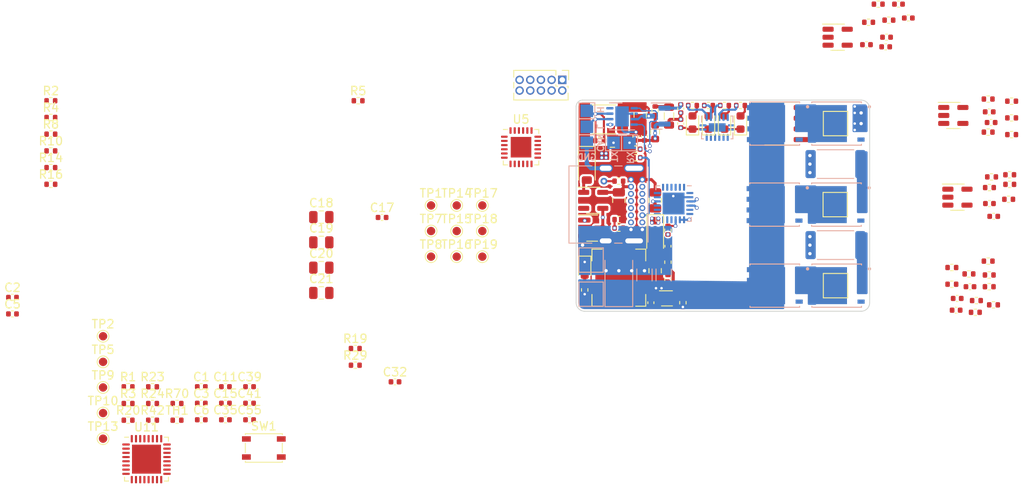
<source format=kicad_pcb>
(kicad_pcb (version 20221018) (generator pcbnew)
  (layers (0 "F.Cu" signal "F.Cu - Signal") (1 "In1.Cu" power "In1.Cu - Ground") (2 "In2.Cu" signal "In2.Cu - Signal") (3 "In3.Cu" power "In3.Cu - Power") (4 "In4.Cu" power "In4.Cu - Ground") (5 "In5.Cu" signal "In5.Cu - Signal") (6 "In6.Cu" power "In6.Cu - Power") (31 "B.Cu" signal "B.Cu - Signal") (34 "B.Paste" user) (35 "F.Paste" user) (36 "B.SilkS" user "B.Silkscreen") (37 "F.SilkS" user "F.Silkscreen") (38 "B.Mask" user) (39 "F.Mask" user) (44 "Edge.Cuts" user))
  (net 0 "")
  (net 1 "GND")
  (net 2 "nRESET")
  (net 3 "/Outputs and Shunts/A_ISENSE_P")
  (net 4 "VTEMP")
  (net 5 "VBUS")
  (net 6 "/Outputs and Shunts/B_ISENSE_P")
  (net 7 "VS")
  (net 8 "Net-(U10-VPP)")
  (net 9 "/MCU/MOTOR_IA")
  (net 10 "Net-(C9-Pad2)")
  (net 11 "+5V")
  (net 12 "+3.3VADC")
  (net 13 "Net-(C13-Pad2)")
  (net 14 "Net-(U4--)")
  (net 15 "Net-(C14-Pad2)")
  (net 16 "VDC")
  (net 17 "Net-(U5-BSTA)")
  (net 18 "/Outputs and Shunts/SH_C")
  (net 19 "Net-(U5-BSTB)")
  (net 20 "/Outputs and Shunts/SH_B")
  (net 21 "Net-(U5-BSTC)")
  (net 22 "/Outputs and Shunts/SH_A")
  (net 23 "Net-(C22-Pad2)")
  (net 24 "/MCU/MOTOR_IB")
  (net 25 "Net-(U7-SW)")
  (net 26 "Net-(U7-BST)")
  (net 27 "Net-(D8-A)")
  (net 28 "VDD")
  (net 29 "+3.3V")
  (net 30 "ISenseVRef")
  (net 31 "Net-(U4-+)")
  (net 32 "Net-(D1-A)")
  (net 33 "Net-(D3-A)")
  (net 34 "Net-(D5-A)")
  (net 35 "Net-(D15-A)")
  (net 38 "Net-(D18-A)")
  (net 40 "Net-(D20-A)")
  (net 41 "Net-(FB1-Pad2)")
  (net 42 "Net-(J1-CC1)")
  (net 43 "USB_D+")
  (net 44 "USB_D-")
  (net 46 "Net-(J1-CC2)")
  (net 48 "Net-(J10-Pin_1)")
  (net 49 "SWDIO")
  (net 50 "SWCLK")
  (net 54 "Net-(L3-Pad1)")
  (net 55 "Net-(Q1-G)")
  (net 56 "Net-(Q2-G)")
  (net 57 "Net-(Q3-G)")
  (net 58 "Net-(Q4-G)")
  (net 59 "Net-(Q5-G)")
  (net 60 "Net-(Q6-G)")
  (net 61 "Net-(Q7-G)")
  (net 62 "Net-(Q7-D)")
  (net 63 "/Outputs and Shunts/GDH_A")
  (net 64 "SERIAL1_RESET")
  (net 65 "/Outputs and Shunts/GDL_A")
  (net 66 "/MCU/Status LEDs/CAN1_ACTV")
  (net 67 "/Outputs and Shunts/GDH_B")
  (net 68 "/Outputs and Shunts/GDL_B")
  (net 69 "/Outputs and Shunts/GDH_C")
  (net 70 "/Outputs and Shunts/GDL_C")
  (net 71 "Net-(R18-Pad2)")
  (net 72 "LED_nOE")
  (net 73 "Net-(R28-Pad2)")
  (net 74 "LED_nCS")
  (net 75 "Net-(U13-+)")
  (net 76 "Net-(U13--)")
  (net 77 "Net-(U14--)")
  (net 78 "Net-(U14-+)")
  (net 79 "Net-(U7-EN)")
  (net 80 "Net-(U7-FB)")
  (net 81 "/MCU/MOTOR_VA")
  (net 82 "/MCU/MOTOR_VB")
  (net 83 "/MCU/MOTOR_VC")
  (net 84 "NOR_nCS")
  (net 85 "/MCU/Status LEDs/HEARTBEAT")
  (net 86 "/MCU/Status LEDs/ARMED")
  (net 87 "/MCU/Status LEDs/FAULT")
  (net 88 "NOR_MOSI")
  (net 89 "NOR_SCK")
  (net 90 "NOR_MISO")
  (net 91 "/MCU/GATE_DRIVE_CH")
  (net 92 "/MCU/GATE_DRIVE_CL")
  (net 93 "/MCU/GATE_DRIVE_BH")
  (net 94 "/MCU/GATE_DRIVE_BL")
  (net 95 "/MCU/GATE_DRIVE_AH")
  (net 96 "/MCU/GATE_DRIVE_AL")
  (net 97 "CAN1_TXD")
  (net 98 "CAN1_RXD")
  (net 116 "SERIAL1_OUT")
  (net 117 "SERIAL1_IN")
  (net 123 "Net-(J2-Pin_1)")
  (net 124 "Net-(J7-Pin_1)")
  (footprint "Resistor_SMD:R_0402_1005Metric" (layer "F.Cu") (at 109.6165 98.406)
    (fp_text reference "R23")
    (fp_text value "10k")
  )
  (footprint "Capacitor_SMD:C_0805_2012Metric" (layer "F.Cu") (at 129.6965 81.206)
    (fp_text reference "C19")
    (fp_text value "2.2uF")
  )
  (footprint "Capacitor_SMD:C_0402_1005Metric" (layer "F.Cu") (at 168.91 88.392 -90)
    (fp_text reference "C24" hide)
    (fp_text value "100nF")
  )
  (footprint "Capacitor_SMD:C_0805_2012Metric" (layer "F.Cu") (at 129.6965 78.196)
    (fp_text reference "C18")
    (fp_text value "10uF")
  )
  (footprint "Resistor_SMD:R_0402_1005Metric" (layer "F.Cu") (at 170.942 85.598 90)
    (fp_text reference "R41" hide)
    (fp_text value "10k")
  )
  (footprint "Capacitor_SMD:C_0402_1005Metric" (layer "F.Cu") (at 206.883 86.487)
    (fp_text reference "C9" hide)
    (fp_text value "4.7nF")
  )
  (footprint "TestPoint:TestPoint_Pad_D1.0mm" (layer "F.Cu") (at 148.8565 76.806)
    (fp_text reference "TP17")
    (fp_text value "BL")
  )
  (footprint "Diode_SMD:D_SOD-123" (layer "F.Cu") (at 169.418 80.264 -90)
    (fp_text reference "D8" hide)
    (fp_text value "B5819W")
  )
  (footprint "Package_TO_SOT_SMD:SOT-23-5" (layer "F.Cu") (at 205.387 75.819)
    (fp_text reference "U14" hide)
    (fp_text value "TLV9051IDBVR")
  )
  (footprint "Capacitor_SMD:C_0402_1005Metric" (layer "F.Cu") (at 92.9465 89.726)
    (fp_text reference "C5")
    (fp_text value "1nF")
  )
  (footprint "Capacitor_SMD:C_0402_1005Metric" (layer "F.Cu") (at 194.564 57.658)
    (fp_text reference "C14" hide)
    (fp_text value "33nF")
  )
  (footprint "TestPoint:TestPoint_Pad_D1.0mm" (layer "F.Cu") (at 145.8065 82.906)
    (fp_text reference "TP16")
    (fp_text value "BH")
  )
  (footprint "Capacitor_SMD:C_0805_2012Metric" (layer "F.Cu") (at 169.418 84.582 -90)
    (fp_text reference "C25" hide)
    (fp_text value "47uF")
  )
  (footprint "Resistor_SMD:R_0402_1005Metric" (layer "F.Cu") (at 209.044 64.135)
    (fp_text reference "R33" hide)
    (fp_text value "1k")
  )
  (footprint "Resistor_SMD:R_0402_1005Metric" (layer "F.Cu") (at 109.6165 102.386)
    (fp_text reference "R42")
    (fp_text value "120")
  )
  (footprint "Resistor_SMD:R_0402_1005Metric" (layer "F.Cu") (at 197.231 54.737)
    (fp_text reference "R21" hide)
    (fp_text value "100k")
  )
  (footprint "Capacitor_SMD:C_0402_1005Metric" (layer "F.Cu") (at 118.2865 100.366)
    (fp_text reference "C15")
    (fp_text value "2.2uF")
  )
  (footprint "Diode_SMD:D_0603_1608Metric" (layer "F.Cu") (at 179.58 66.929 90)
    (fp_text reference "D5" hide)
    (fp_text value "Yellow LED")
  )
  (footprint "Resistor_SMD:R_0402_1005Metric" (layer "F.Cu") (at 172.72 88.392 90)
    (fp_text reference "R37" hide)
    (fp_text value "10k")
  )
  (footprint "Resistor_SMD:R_0402_1005Metric" (layer "F.Cu") (at 165.1 79.502 180)
    (fp_text reference "R39" hide)
    (fp_text value "1k")
  )
  (footprint "TestPoint:TestPoint_Pad_D1.0mm" (layer "F.Cu") (at 103.7265 101.536)
    (fp_text reference "TP10")
    (fp_text value "NOR_SCK")
  )
  (footprint "TestPoint:TestPoint_Pad_D1.0mm" (layer "F.Cu") (at 103.7265 92.386)
    (fp_text reference "TP2")
    (fp_text value "NOR_MISO")
  )
  (footprint "Package_DFN_QFN:QFN-32-1EP_5x5mm_P0.5mm_EP3.45x3.45mm" (layer "F.Cu") (at 108.8965 107.026)
    (fp_text reference "U11")
    (fp_text value "STM32L432KCU6")
  )
  (footprint "Capacitor_SMD:C_0805_2012Metric" (layer "F.Cu") (at 169.418 76.2 90)
    (fp_text reference "C7" hide)
    (fp_text value "47uF")
  )
  (footprint "Resistor_SMD:R_0402_1005Metric" (layer "F.Cu") (at 173.865 64.897)
    (fp_text reference "R91" hide)
    (fp_text value "1.5k")
  )
  (footprint "Capacitor_SMD:C_0402_1005Metric" (layer "F.Cu") (at 196.952 56.769)
    (fp_text reference "C12" hide)
    (fp_text value "100nF")
  )
  (footprint "Capacitor_SMD:C_0402_1005Metric" (layer "F.Cu") (at 198.374 52.832)
    (fp_text reference "C16" hide)
    (fp_text value "100nF")
  )
  (footprint "Resistor_SMD:R_0402_1005Metric" (layer "F.Cu") (at 211.608 73.152)
    (fp_text reference "R36" hide)
    (fp_text value "1k")
  )
  (footprint "Diode_SMD:D_0603_1608Metric" (layer "F.Cu") (at 161.036 84.328 -90)
    (fp_text reference "D1" hide)
    (fp_text value "Blue LED")
  )
  (footprint "Resistor_SMD:R_0402_1005Metric" (layer "F.Cu") (at 133.7365 95.836)
    (fp_text reference "R29")
    (fp_text value "10k")
  )
  (footprint "TestPoint:TestPoint_Pad_D1.0mm" (layer "F.Cu") (at 103.7265 104.586)
    (fp_text reference "TP13")
    (fp_text value "NOR_MISO")
  )
  (footprint "Resistor_SMD:R_0402_1005Metric" (layer "F.Cu") (at 112.5265 102.386)
    (fp_text reference "TH1")
    (fp_text value "10k")
  )
  (footprint "Inductor_SMD:L_1812_4532Metric_Pad1.30x3.40mm_HandSolder" (layer "F.Cu") (at 163.322 66.548)
    (fp_text reference "L2" hide)
    (fp_text value "220uH")
  )
  (footprint "Resistor_SMD:R_0402_1005Metric" (layer "F.Cu") (at 211.838 68.368)
    (fp_text reference "R31" hide)
    (fp_text value "10k")
  )
  (footprint "Diode_SMD:D_0603_1608Metric" (layer "F.Cu") (at 177.675 66.929 90)
    (fp_text reference "D15" hide)
    (fp_text value "Green LED")
  )
  (footprint "Package_TO_SOT_SMD:SOT-23" (layer "F.Cu") (at 161.925 79.502)
    (fp_text reference "Q7" hide)
    (fp_text value "2N7002")
  )
  (footprint "Resistor_SMD:R_0402_1005Metric" (layer "F.Cu") (at 207.645 88.138)
    (fp_text reference "R45" hide)
    (fp_text value "18k")
  )
  (footprint "Resistor_SMD:R_0603_1608Metric" (layer "F.Cu") (at 169.418 68.072 90)
    (fp_text reference "FB1" hide)
    (fp_text value "FerriteBead_Small")
  )
  (footprint "Resistor_SMD:R_0402_1005Metric" (layer "F.Cu") (at 97.5165 74.286)
    (fp_text reference "R16")
    (fp_text value "1")
  )
  (footprint "TestPoint:TestPoint_Pad_D1.0mm" (layer "F.Cu") (at 103.7265 95.436)
    (fp_text reference "TP5")
    (fp_text value "NOR_nCS")
  )
  (footprint "Capacitor_SMD:C_0402_1005Metric" (layer "F.Cu") (at 168.148 68.58 -90)
    (fp_text reference "C29" hide)
    (fp_text value "2.2uF")
  )
  (footprint "Capacitor_SMD:C_0402_1005Metric" (layer "F.Cu") (at 205.359 87.884)
    (fp_text reference "C13" hide)
    (fp_text value "4.7nF")
  )
  (footprint "Resistor_SMD:R_0402_1005Metric" (layer "F.Cu") (at 106.7065 102.386)
    (fp_text reference "R20")
    (fp_text value "10k")
  )
  (footprint "Package_TO_SOT_SMD:SOT-23-5" (layer "F.Cu") (at 162.052 76.2)
    (fp_text reference "U8" hide)
    (fp_text value "AP2171W")
  )
  (footprint "TestPoint:TestPoint_Pad_D1.0mm" (layer "F.Cu") (at 145.8065 79.856)
    (fp_text reference "TP15")
    (fp_text value "AL")
  )
  (footprint "Resistor_SMD:R_0402_1005Metric" (layer "F.Cu") (at 209.451 73.406)
    (fp_text reference "R35" hide)
    (fp_text value "1k")
  )
  (footprint "Capacitor_SMD:C_0402_1005Metric" (layer "F.Cu") (at 209.197 76.581)
    (fp_text reference "C8" hide)
    (fp_text value "4.7nF")
  )
  (footprint "Package_DFN_QFN:VQFN-24-1EP_4x4mm_P0.5mm_EP2.45x2.45mm" (layer "F.Cu") (at 153.4605 69.87)
    (fp_text reference "U5")
    (fp_text value "DRV8300DRGER")
  )
  (footprint "Resistor_SMD:R_0402_1005Metric" (layer "F.Cu") (at 134.0765 64.336)
    (fp_text reference "R5")
    (fp_text value "2.0k")
  )
  (footprint "Capacitor_SMD:C_0402_1005Metric" (layer "F.Cu") (at 118.2865 102.336)
    (fp_text reference "C35")
    (fp_text value "100nF")
  )
  (footprint "Capacitor_SMD:C_0805_2012Metric" (layer "F.Cu") (at 129.6965 87.226)
    (fp_text reference "C21")
    (fp_text value "2.2uF")
  )
  (footprint "Capacitor_SMD:C_0402_1005Metric" (layer "F.Cu") (at 121.1565 100.366)
    (fp_text reference "C41")
    (fp_text value "100nF")
  )
  (footprint "Resistor_SMD:R_0402_1005Metric" (layer "F.Cu") (at 170.942 83.566 -90)
    (fp_text reference "R40" hide)
    (fp_text value "56k")
  )
  (footprint "TestPoint:TestPoint_Pad_D1.0mm" (layer "F.Cu") (at 103.7265 98.486)
    (fp_text reference "TP9")
    (fp_text value "NOR_MOSI")
  )
  (footprint "Capacitor_SMD:C_0805_2012Metric" (layer "F.Cu") (at 129.6965 84.216)
    (fp_text reference "C20")
    (fp_text value "2.2uF")
  )
  (footprint "Capacitor_SMD:C_0402_1005Metric" (layer "F.Cu") (at 205.232 89.281)
    (fp_text reference "C22" hide)
    (fp_text value "4.7nF")
  )
  (footprint "Resistor_SMD:R_0402_1005Metric" (layer "F.Cu") (at 112.5265 100.396)
    (fp_text reference "R70")
    (fp_text value "10k")
  )
  (footprint "Resistor_SMD:R_0402_1005Metric" (layer "F.Cu") (at 106.7065 98.406)
    (fp_text reference "R1")
    (fp_text value "10k")
  )
  (footprint "Resistor_SMD:R_0402_1005Metric" (layer "F.Cu") (at 209.679 88.646)
    (fp_text reference "R50" hide)
    (fp_text value "1k")
  )
  (footprint "TestPoint:TestPoint_Pad_D1.0mm" (layer "F.Cu") (at 145.8065 76.806)
    (fp_text reference "TP14")
    (fp_text value "AH")
  )
  (footprint "Resistor_SMD:R_0402_1005Metric" (layer "F.Cu") (at 211.838 66.378)
    (fp_text reference "R30" hide)
    (fp_text value "10k")
  )
  (footprint "Resistor_SMD:R_0402_1005Metric" (layer "F.Cu") (at 161.036 86.868 90)
    (fp_text reference "R43" hide)
    (fp_text value "10k")
  )
  (footprint "Resistor_SMD:R_0402_1005Metric" (layer "F.Cu") (at 209.197 74.676)
    (fp_text reference "R18" hide)
    (fp_text value "10k")
  )
  (footprint "Capacitor_SMD:C_0402_1005Metric" (layer "F.Cu") (at 138.4665 97.816)
    (fp_text reference "C32")
    (fp_text value "100nF")
  )
  (footprint "TestPoint:TestPoint_Pad_D1.0mm" (layer "F.Cu") (at 142.7565 82.906)
    (fp_text reference "TP8")
    (fp_text value "AH")
  )
  (footprint "Resistor_SMD:R_0402_1005Metric" (layer "F.Cu") (at 109.6165 100.396)
    (fp_text reference "R24")
    (fp_text value "1.5k")
  )
  (footprint "Capacitor_SMD:C_0805_2012Metric" (layer "F.Cu") (at 167.64 66.04 -90)
    (fp_text reference "C10" hide)
    (fp_text value "47uF")
  )
  (footprint "Resistor_SMD:R_0402_1005Metric" (layer "F.Cu") (at 97.5165 64.336)
    (fp_text reference "R2")
    (fp_text value "1")
  )
  (footprint "Resistor_SMD:R_0402_1005Metric" (layer "F.Cu") (at 207.518 89.535)
    (fp_text reference "R46" hide)
    (fp_text value "1k")
  )
  (footprint "Resistor_SMD:R_0402_1005Metric" (layer "F.Cu") (at 97.5165 72.296)
    (fp_text reference "R14")
    (fp_text value "1")
  )
  (footprint "Resistor_SMD:R_0402_1005Metric" (layer "F.Cu") (at 177.675 64.897)
    (fp_text reference "R86" hide)
    (fp_text value "10k")
  )
  (footprint "TestPoint:TestPoint_Pad_D1.0mm" (layer "F.Cu") (at 148.8565 79.856)
    (fp_text reference "TP18")
    (fp_text value "CH")
  )
  (footprint "Capacitor_SMD:C_0402_1005Metric" (layer "F.Cu") (at 172.466 65.278 -90)
    (fp_text reference "C27" hide)
    (fp_text value "2.2uF")
  )
  (footprint "TestPoint:TestPoint_Pad_2.5x2.5mm" (layer "F.Cu") (at 190.881 86.36)
    (fp_text reference "J3" hide)
    (fp_text value "TermA")
  )
  (footprint "Package_TO_SOT_SMD:SOT-563" (layer "F.Cu") (at 170.827 87.876)
    (fp_text reference "U7" hide)
    (fp_text value "AP62200Z6-7")
  )
  (footprint "Resistor_SMD:R_0402_1005Metric" (layer "F.Cu") (at 162.814 69.088)
    (fp_text reference "R62" hide)
    (fp_text value "120")
  )
  (footprint "Resistor_SMD:R_0402_1005Metric" (layer "F.Cu") (at 209.044 83.439)
    (fp_text reference "R51" hide)
    (fp_text value "18k")
  )
  (footprint "Capacitor_SMD:C_0402_1005Metric" (layer "F.Cu") (at 115.4165 100.366)
    (fp_text reference "C3")
    (fp_text value "2.2uF")
  )
  (footprint "Resistor_SMD:R_0402_1005Metric" (layer "F.Cu") (at 194.818 54.991)
    (fp_text reference "R22" hide)
    (fp_text value "100k")
  )
  (footprint "Capacitor_SMD:C_0402_1005Metric" (layer "F.Cu") (at 172.466 67.056 -90)
    (fp_text reference "C28" hide)
    (fp_text value "100nF")
  )
  (footprint "Capacitor_SMD:C_0402_1005Metric" (layer "F.Cu") (at 115.4165 102.336)
    (fp_text reference "C6")
    (fp_text value "100nF")
  )
  (footprint "Capacitor_SMD:C_0402_1005Metric" (layer "F.Cu") (at 118.2865 98.396)
    (fp_text reference "C11")
    (fp_text value "100nF")
  )
  (footprint "Package_SO:SOIC-8_3.9x4.9mm_P1.27mm" (layer "F.Cu") (at 184.404 67.056)
    (fp_text reference "U2" hide)
    (fp_text value "AT25SF128A-SHB-T")
  )
  (footprint "Resistor_SMD:R_0402_1005Metric" (layer "F.Cu") (at 133.7365 93.846)
    (fp_text reference "R19")
    (fp_text value "10k")
  )
  (footprint "Diode_SMD:D_0603_1608Metric" (layer "F.Cu") (at 175.77 66.929 90)
    (fp_text reference "D18" hide)
    (fp_text value "Green LED")
  )
  (footprint "Diode_SMD:D_0603_1608Metric" (layer "F.Cu") (at 173.865 66.929 90)
    (fp_text reference "D20" hide)
    (fp_text value "Red LED")
  )
  (footprint "Capacitor_SMD:C_0402_1005Metric" (layer "F.Cu") (at 92.9465 87.756)
    (fp_text reference "C2")
    (fp_text value "1nF")
  )
  (footprint "Resistor_SMD:R_0402_1005Metric" (layer "F.Cu") (at 167.132 70.104 180)
    (fp_text reference "R13" hide)
    (fp_text value "5.1k")
  )
  (footprint "Resistor_SMD:R_0402_1005Metric" (layer "F.Cu") (at 169.418 65.532 90)
    (fp_text reference "R17" hide)
    (fp_text value "1k")
  )
  (footprint "Capacitor_SMD:C_0402_1005Metric" (layer "F.Cu") (at 209.705 78.105)
    (fp_text reference "C43" hide)
    (fp_text value "100nF")
  )
  (footprint "Resistor_SMD:R_0402_1005Metric" (layer "F.Cu") (at 97.5165 70.306)
    (fp_text reference "R10")
    (fp_text value "1")
  )
  (footprint "Package_TO_SOT_SMD:SOT-23-5" (layer "F.Cu") (at 204.898 66.088)
    (fp_text reference "U13" hide)
    (fp_text value "TLV9051IDBVR")
  )
  (footprint "Capacitor_SMD:C_0402_1005Metric" (layer "F.Cu") (at 136.9265 78.236)
    (fp_text reference "C17")
    (fp_text value "100nF")
  )
  (footprint "Resistor_SMD:R_0402_1005Metric" (layer "F.Cu") (at 209.169 86.487)
    (fp_text reference "R49" hide)
    (fp_text value "18k")
  )
  (footprint "Capacitor_SMD:C_0402_1005Metric" (layer "F.Cu") (at 121.1565 102.336)
    (fp_text reference "C55")
    (fp_text value "100nF")
  )
  (footprint "Capacitor_SMD:C_0402_1005Metric" (layer "F.Cu") (at 196.85 57.912)
    (fp_text reference "C30" hide)
    (fp_text value "1uF")
  )
  (footprint "Resistor_SMD:R_0402_1005Metric" (layer "F.Cu") (at 204.724 86.191)
    (fp_text reference "R27" hide)
    (fp_text value "10k")
  )
  (footprint "Capacitor_SMD:C_0402_1005Metric" (layer "F.Cu") (at 167.132 68.58 90)
    (fp_text reference "C36" hide)
    (fp_text value "100nF")
  )
  (footprint "Resistor_SMD:R_0402_1005Metric" (layer "F.Cu") (at 167.132 71.12)
    (fp_text reference "R9" hide)
    (fp_text value "5.1k")
  )
  (footprint "Capacitor_SMD:C_0402_1005Metric" (layer "F.Cu") (at 121.1565 98.396)
    (fp_text reference "C39")
    (fp_text value "100nF")
  )
  (footprint "Resistor_SMD:R_0402_1005Metric" (layer "F.Cu") (at 204.724 84.201)
    (fp_text reference "R26" hide)
    (fp_text value "10k")
  )
  (footprint "Resistor_SMD:R_0402_1005Metric" (layer "F.Cu") (at 209.171 85.09)
    (fp_text reference "R48" hide)
    (fp_text value "1k")
  )
  (footprint "Resistor_SMD:R_0402_1005Metric" (layer "F.Cu") (at 209.044 68.072)
    (fp_text reference "R32" hide)
    (fp_text value "1k")
  )
  (footprint "Connector_PinHeader_1.27mm:PinHeader_2x05_P1.27mm_Vertical" (layer "F.Cu") (at 158.369 61.849 -90)
    (fp_text reference "J10" hide)
    (fp_text value "~")
  )
  (footprint "TestPoint:TestPoint_Pad_D1.0mm" (layer "F.Cu") (at 142.7565 76.806)
    (fp_text reference "TP1")
    (fp_text value "BL")
  )
  (footprint "Inductor_SMD:L_Bourns-SRN6028" (layer "F.Cu") (at 165.1 85.408 90)
    (fp_text reference "L1" hide)
    (fp_text value "4.7uH")
  )
  (footprint "Inductor_SMD:L_0805_2012Metric" (layer "F.Cu") (at 171.069 66.167 -90)
    (fp_text reference "L3" hide)
    (fp_text value "100uH")
  )
  (footprint "Resistor_SMD:R_0402_1005Metric" (layer "F.Cu") (at 211.838 64.388)
    (fp_text reference "R28" hide)
    (fp_text value "10k")
  )
  (footprint "Resistor_SMD:R_0402_1005Metric" (layer "F.Cu") (at 179.58 64.897)
    (fp_text reference "R7" hide)
    (fp_text value "470")
  )
  (footprint "Package_TO_SOT_SMD:SOT-23-5" (layer "F.Cu") (at 191.135 56.769)
    (fp_text reference "U4" hide)
    (fp_text value "TLV9051IDBVR")
  )
  (footprint "Resistor_SMD:R_0402_1005Metric" (layer "F.Cu") (at 106.7065 100.396)
    (fp_text reference "R3")
    (fp_text value "10k")
  )
  (footprint "Resistor_SMD:R_0402_1005Metric" (layer "F.Cu") (at 195.961 52.832)
    (fp_text reference "R11" hide)
    (fp_text value "33")
  )
  (footprint "Resistor_SMD:R_0402_1005Metric" (layer "F.Cu") (at 170.942 79.756 -90)
    (fp_text reference "R15" hide)
    (fp_text value "100k")
  )
  (footprint "TestPoint:TestPoint_Pad_D1.0mm" (layer "F.Cu") (at 148.8565 82.906)
    (fp_text reference "TP19")
    (fp_text value "CL")
  )
  (footprint "TestPoint:TestPoint_Pad_2.5x2.5mm" (layer "F.Cu") (at 190.851 76.708)
    (fp_text reference "J4" hide)
    (fp_text value "TermB")
  )
  (footprint "Resistor_SMD:R_0402_1005Metric" (layer "F.Cu") (at 175.77 64.897)
    (fp_text reference "R89" hide)
    (fp_text value "10k")
  )
  (footprint "Resistor_SMD:R_0402_1005Metric" (layer "F.Cu") (at 165.1 73.914 180)
    (fp_text reference "R44" hide)
    (fp_text value "10k")
  )
  (footprint "Resistor_SMD:R_0402_1005Metric" (layer "F.Cu") (at 206.756 84.963)
    (fp_text reference "R25" hide)
    (fp_text value "10k")
  )
  (footprint "TestPoint:TestPoint_Pad_2.5x2.5mm" (layer "F.Cu") (at 190.881 67.056)
    (fp_text reference "J5" hide)
    (fp_text value "TermC")
  )
  (footprint "Resistor_SMD:R_0402_1005Metric" (layer "F.Cu") (at 165.1 78.486 180)
    (fp_text reference "R38" hide)
    (fp_text value "10k")
  )
  (footprint "Capacitor_SMD:C_0402_1005Metric" (layer "F.Cu") (at 170.942 81.661 90)
    (fp_text reference "C34" hide)
    (fp_text value "100nF")
  )
  (footprint "TestPoint:TestPoint_Pad_D1.0mm" (layer "F.Cu") (at 142.7565 79.856)
    (fp_text reference "TP7")
    (fp_text value "AH")
  )
  (footprint "Resistor_SMD:R_0402_1005Metric" (layer "F.Cu") (at 211.612 74.295)
    (fp_text reference "R34" hide)
    (fp_text value "10k")
  )
  (footprint "Button_Switch_SMD:SW_SPST_PTS810" (layer "F.Cu") (at 122.8565 105.696)
    (fp_text reference "SW1")
    (fp_text value "Reset")
  )
  (footprint "Resistor_SMD:R_0402_1005Metric" (layer "F.Cu") (at 211.483 76.073)
    (fp_text reference "R47" hide)
    (fp_text value "10k")
  )
  (footprint "Diode_SMD:D_SOD-123" (layer "F.Cu") (at 161.29 72.136 -90)
    (fp_text reference "D3" hide)
    (fp_text value "B5819W")
  )
  (footprint "Capacitor_SMD:C_0805_2012Metric" (layer "F.Cu") (at 164.338 70.612)
    (fp_text reference "C26" hide)
    (fp_text value "47uF")
  )
  (footprint "Capacitor_SMD:C_0402_1005Metric" (layer "F.Cu") (at 115.4165 98.396)
    (fp_text reference "C1")
    (fp_text value "100nF")
  )
  (footprint "Capacitor_SMD:C_0402_1005Metric" (layer "F.Cu") (at 209.395 66.929)
    (fp_text reference "C42" hide)
    (fp_text value "100nF")
  )
  (footprint "Resistor_SMD:R_0402_1005Metric" (layer "F.Cu") (at 97.5165 66.326)
    (fp_text reference "R4")
    (fp_text value "1")
  )
  (footprint "Capacitor_SMD:C_0402_1005Metric" (layer "F.Cu") (at 209.169 65.659)
    (fp_text reference "C23" hide)
    (fp_text value "4.7nF")
  )
  (footprint "Capacitor_SMD:C_0402_1005Metric" (layer "F.Cu") (at 199.545 54.483)
    (fp_text reference "C44" hide)
    (fp_text value "1uF")
  )
  (footprint "Capacitor_SMD:C_0805_2012Metric" (layer "F.Cu") (at 165.1 76.2 -90)
    (fp_text reference "C4" hide)
    (fp_text value "47uF")
  )
  (footprint "Resistor_SMD:R_0402_1005Metric" (layer "F.Cu") (at 97.5165 68.316)
    (fp_text reference "R8")
    (fp_text value "1")
  )
  (footprint "TestPoint:TestPoint_Pad_1.5x1.5mm" (layer "B.Cu") (at 161.29 65.532 180)
    (fp_text reference "J2" hide)
    (fp_text value "CANH")
  )
  (footprint "Package_TO_SOT_SMD:SOT-23" (layer "B.Cu") (at 169.5935 66.167 180)
    (fp_text reference "U9" hide)
    (fp_text value "AP2120")
  )
  (footprint "Diode_SMD:D_SMA" (layer "B.Cu") (at 165.1 85.344 90)
    (fp_text reference "D2" hide)
    (fp_text value "18v")
  )
  (footprint "TestPoint:TestPoint_Pad_1.5x1.5mm" (layer "B.Cu") (at 161.29 69.342 180)
    (fp_text reference "J6" hide)
    (fp_text value "GND")
  )
  (footprint "Project Mosfets:TRANS_BSC076N06NS3-G" (layer "B.Cu") (at 183.657 67.056 180)
    (fp_text reference "Q5" hide)
    (fp_text value "MCAC100N08YA-TP")
  )
  (footprint "TestPoint:TestPoint_Pad_1.5x1.5mm" (layer "B.Cu") (at 166.37 69.342 180)
    (fp_text reference "J8" hide)
    (fp_text value "RX")
  )
  (footprint "Resistor_SMD:R_2512_6332Metric" (layer "B.Cu") (at 190.881 71.882 180)
    (fp_text reference "R12" hide)
    (fp_text value "0.01")
  )
  (footprint "TestPoint:TestPoint_Pad_2.5x2.5mm" (layer "B.Cu") (at 161.798 87.376 180)
    (fp_text reference "J11" hide)
    (fp_text value "VDC")
  )
  (footprint "TestPoint:TestPoint_Pad_1.5x1.5mm" (layer "B.Cu") (at 161.29 67.437 180)
    (fp_text reference "J7" hide)
    (fp_text value "CANL")
  )
  (footprint "Project Mosfets:TRANS_BSC076N06NS3-G" (layer "B.Cu") (at 183.657 86.36 180)
    (fp_text reference "Q1" hide)
    (fp_text value "MCAC100N08YA-TP")
  )
  (footprint "Project Mosfets:TRANS_BSC076N06NS3-G" (layer "B.Cu") (at 191.023 86.36 180)
    (fp_text reference "Q2" hide)
    (fp_text value "MCAC100N08YA-TP")
  )
  (footprint "TestPoint:TestPoint_Pad_2.5x2.5mm" (layer "B.Cu") (at 161.798 83.312 180)
    (fp_text reference "J12" hide)
    (fp_text value "GND")
  )
  (footprint "Resistor_SMD:R_2512_6332Metric" (layer "B.Cu") (at 190.881 81.534 180)
    (fp_text reference "R6" hide)
    (fp_text value "0.01")
  )
  (footprint "Connector_USB:USB_C_Receptacle_GCT_USB4085" (layer "B.Cu") (at 167.894 79.676 90)
    (fp_text reference "J1" hide)
    (fp_text value "USB_C_Receptacle_USB2.0")
  )
  (footprint "Capacitor_SMD:C_1206_3216Metric" (layer "B.Cu") (at 168.148 85.09 90)
    (fp_text reference "C33" hide)
    (fp_text value "47uF")
  )
  (footprint "TestPoint:TestPoint_Pad_1.5x1.5mm" (layer "B.Cu") (at 164.465 69.342 180)
    (fp_text reference "J9" hide)
    (fp_text value "TX")
  )
  (footprint "Capacitor_SMD:C_1206_3216Metric" (layer "B.Cu") (at 170.434 85.09 90)
    (fp_text reference "C31" hide)
    (fp_text value "47uF")
  )
  (footprint "Project Mosfets:TRANS_BSC076N06NS3-G" (layer "B.Cu") (at 191.012 67.056 180)
    (fp_text reference "Q6" hide)
    (fp_text value "MCAC100N08YA-TP")
  )
  (footprint "Project Mosfets:TRANS_BSC076N06NS3-G" (layer "B.Cu") (at 190.993 76.708 180)
    (fp_text reference "Q4" hide)
    (fp_text value "MCAC100N08YA-TP")
  )
  (footprint "Project Mosfets:TRANS_BSC076N06NS3-G" (layer "B.Cu") (at 183.627 76.708 180)
    (fp_text reference "Q3" hide)
    (fp_text value "MCAC100N08YA-TP")
  )
  (footprint "Package_DFN_QFN:QFN-24-1EP_4x4mm_P0.5mm_EP2.6x2.6mm" (layer "B.Cu") (at 171.6095 76.577 180)
    (fp_text reference "U10" hide)
    (fp_text value "CP2104")
  )
  (footprint "Package_DFN_QFN:DHVQFN-16-1EP_2.5x3.5mm_P0.5mm_EP1x2mm" (layer "B.Cu") (at 176.804 67.5195 -90)
    (fp_text reference "U12" hide)
    (fp_text value "74HC595BQ")
  )
  (footprint "Package_SON:HVSON-8-1EP_3x3mm_P0.65mm_EP1.6x2.4mm" (layer "B.Cu") (at 165.481 66.202 180)
    (fp_text reference "U1" hide)
    (fp_text value "TLE9250X")
  )
  (gr_arc (start 161.036 89.408) (mid 160.31758 89.11042) (end 160.02 88.392) (stroke (width 0.1)) (layer "Edge.Cuts"))
  (gr_line (start 193.929 64.262) (end 160.782 64.262) (stroke (width 0.1)) (layer "Edge.Cuts"))
  (gr_arc (start 194.945 88.392) (mid 194.64742 89.11042) (end 193.929 89.408) (stroke (width 0.1)) (layer "Edge.Cuts"))
  (gr_line (start 193.929 89.408) (end 161.036 89.408) (stroke (width 0.1)) (layer "Edge.Cuts"))
  (gr_arc (start 193.929 64.262) (mid 194.64742 64.55958) (end 194.945 65.278) (stroke (width 0.1)) (layer "Edge.Cuts"))
  (gr_line (start 194.945 88.392) (end 194.945 65.278) (stroke (width 0.1)) (layer "Edge.Cuts"))
  (gr_line (start 160.02 88.392) (end 160.02 65.024) (stroke (width 0.1)) (layer "Edge.Cuts"))
  (gr_arc (start 160.02 65.024) (mid 160.243185 64.485185) (end 160.782 64.262) (stroke (width 0.1)) (layer "Edge.Cuts"))
  (gr_text "RX" (at 165.989 71.12 270) (layer "B.SilkS") (effects (font (size 0.75 0.75) (thickness 0.15) bold) (justify bottom mirror)))
  (gr_text "CAN" (at 162.433 69.342 270) (layer "B.SilkS") (effects (font (size 0.75 0.75) (thickness 0.15) bold) (justify bottom mirror)))
  (gr_text "GND" (at 161.29 71.501) (layer "B.SilkS") (effects (font (size 0.75 0.75) (thickness 0.15) bold) (justify bottom mirror)))
  (gr_text "TX" (at 164.084 70.993 270) (layer "B.SilkS") (effects (font (size 0.75 0.75) (thickness 0.15) bold) (justify bottom mirror)))
  (gr_text "L" (at 162.433 67.437 270) (layer "B.SilkS") (effects (font (size 0.75 0.75) (thickness 0.15) bold) (justify bottom mirror)))
  (gr_text "H" (at 162.433 65.405 270) (layer "B.SilkS") (effects (font (size 0.75 0.75) (thickness 0.15) bold) (justify bottom mirror)))
  (segment (start 170.815 81.026) (end 166.914 81.026) (width 0.25) (layer "F.Cu") (net 1))
  (segment (start 166.622 71.12) (end 166.622 72.084) (width 0.25) (layer "F.Cu") (net 1))
  (segment (start 173.2535 67.7165) (end 173.101 67.564) (width 0.25) (layer "F.Cu") (net 1))
  (segment (start 172.494 67.564) (end 172.466 67.536) (width 0.25) (layer "F.Cu") (net 1))
  (segment (start 168.148 68.072) (end 168.148 67.498) (width 0.25) (layer "F.Cu") (net 1))
  (segment (start 177.675 67.7165) (end 175.77 67.7165) (width 0.25) (layer "F.Cu") (net 1))
  (segment (start 169.418 74.168) (end 168.976 73.726) (width 0.35) (layer "F.Cu") (net 1))
  (segment (start 170.942 86.108) (end 170.813 85.979) (width 0.35) (layer "F.Cu") (net 1))
  (segment (start 167.132 67.498) (end 167.64 66.99) (width 0.25) (layer "F.Cu") (net 1))
  (segment (start 170.077 88.376) (end 170.701 88.376) (width 0.35) (layer "F.Cu") (net 1))
  (segment (start 168.148 68.1) (end 168.148 68.072) (width 0.25) (layer "F.Cu") (net 1))
  (segment (start 168.976 73.726) (end 167.894 73.726) (width 0.35) (layer "F.Cu") (net 1))
  (segment (start 170.815 88.262) (end 170.815 86.235) (width 0.35) (layer "F.Cu") (net 1))
  (segment (start 169.865 85.979) (end 169.418 85.532) (width 0.35) (layer "F.Cu") (net 1))
  (segment (start 170.942 81.153) (end 170.815 81.026) (width 0.25) (layer "F.Cu") (net 1))
  (segment (start 167.132 68.1) (end 167.132 67.498) (width 0.25) (layer "F.Cu") (net 1))
  (segment (start 170.813 85.979) (end 169.865 85.979) (width 0.35) (layer "F.Cu") (net 1))
  (segment (start 170.701 88.376) (end 170.815 88.262) (width 0.35) (layer "F.Cu") (net 1))
  (segment (start 173.865 67.7165) (end 173.2535 67.7165) (width 0.25) (layer "F.Cu") (net 1))
  (segment (start 170.815 86.235) (end 170.942 86.108) (width 0.35) (layer "F.Cu") (net 1))
  (segment (start 170.942 81.181) (end 170.942 81.153) (width 0.25) (layer "F.Cu") (net 1))
  (segment (start 168.148 68.1) (end 167.132 68.1) (width 0.25) (layer "F.Cu") (net 1))
  (segment (start 173.101 67.564) (end 172.494 67.564) (width 0.25) (layer "F.Cu") (net 1))
  (segment (start 168.148 67.498) (end 167.64 66.99) (width 0.25) (layer "F.Cu") (net 1))
  (segment (start 173.865 67.7165) (end 175.77 67.7165) (width 0.25) (layer "F.Cu") (net 1))
  (segment (start 166.622 72.084) (end 166.914 72.376) (width 0.25) (layer "F.Cu") (net 1))
  (segment (start 169.418 75.25) (end 169.418 74.168) (width 0.35) (layer "F.Cu") (net 1))
  (segment (start 179.58 67.7165) (end 177.675 67.7165) (width 0.25) (layer "F.Cu") (net 1))
  (via (at 171.577 75.692) (size 0.45) (drill 0.3) (layers "F.Cu" "B.Cu") (net 1))
  (via (at 167.132 68.072) (size 0.45) (drill 0.3) (layers "F.Cu" "B.Cu") (net 1))
  (via (at 187.833 72.898) (size 0.8) (drill 0.4) (layers "F.Cu" "B.Cu") (net 1))
  (via (at 161.036 83.5405) (size 0.45) (drill 0.3) (layers "F.Cu" "B.Cu") (net 1))
  (via (at 193.167 65.024) (size 0.4) (drill 0.3) (layers "F.Cu" "B.Cu") (net 1))
  (via (at 172.466 67.564) (size 0.45) (drill 0.3) (layers "F.Cu" "B.Cu") (net 1))
  (via (at 187.833 70.866) (size 0.8) (drill 0.4) (layers "F.Cu" "B.Cu") (net 1))
  (via (at 168.148 84.582) (size 0.8) (drill 0.4) (layers "F.Cu" "B.Cu") (net 1))
  (via (at 193.929 67.056) (size 0.8) (drill 0.4) (layers "F.Cu" "B.Cu") (net 1))
  (via (at 187.833 82.55) (size 0.8) (drill 0.4) (layers "F.Cu" "B.Cu") (net 1))
  (via (at 193.167 65.786) (size 0.4) (drill 0.3) (layers "F.Cu" "B.Cu") (net 1))
  (via (at 193.929 65.786) (size 0.8) (drill 0.4) (layers "F.Cu" "B.Cu") (net 1))
  (via (at 187.833 80.518) (size 0.8) (drill 0.4) (layers "F.Cu" "B.Cu") (net 1))
  (via (at 172.466 64.77) (size 0.45) (drill 0.3) (layers "F.Cu" "B.Cu") (net 1))
  (via (at 166.624 84.582) (size 0.8) (drill 0.4) (layers "F.Cu" "B.Cu") (net 1))
  (via (at 187.833 81.534) (size 0.8) (drill 0.4) (layers "F.Cu" "B.Cu") (net 1))
  (via (at 163.576 84.582) (size 0.8) (drill 0.4) (layers "F.Cu" "B.Cu") (net 1))
  (via (at 193.167 67.818) (size 0.4) (drill 0.3) (layers "F.Cu" "B.Cu") (net 1))
  (via (at 165.1 84.582) (size 0.8) (drill 0.4) (layers "F.Cu" "B.Cu") (net 1))
  (via (at 193.167 67.056) (size 0.4) (drill 0.3) (layers "F.Cu" "B.Cu") (net 1))
  (via (at 187.833 71.882) (size 0.8) (drill 0.4) (layers "F.Cu" "B.Cu") (net 1))
  (via (at 160.782 81.534) (size 0.8) (drill 0.4) (layers "F.Cu" "B.Cu") (net 1))
  (segment (start 165.481 67.818) (end 165.735 68.072) (width 0.25) (layer "B.Cu") (net 1))
  (segment (start 161.29 69.342) (end 161.29 71.882) (width 0.5) (layer "B.Cu") (net 1))
  (segment (start 173.547 75.827) (end 172.3595 75.827) (width 0.25) (layer "B.Cu") (net 1))
  (segment (start 161.29 71.882) (end 161.784 72.376) (width 0.5) (layer "B.Cu") (net 1))
  (segment (start 170.531 65.217) (end 172.273 65.217) (width 0.35) (layer "B.Cu") (net 1))
  (segment (start 165.481 66.202) (end 165.481 67.818) (width 0.25) (layer "B.Cu") (net 1))
  (segment (start 166.931 65.877) (end 165.806 65.877) (width 0.25) (layer "B.Cu") (net 1))
  (segment (start 165.806 65.877) (end 165.481 66.202) (width 0.25) (layer "B.Cu") (net 1))
  (segment (start 165.735 68.072) (end 167.132 68.072) (width 0.25) (layer "B.Cu") (net 1))
  (segment (start 161.784 72.376) (end 163.534 72.376) (width 0.5) (layer "B.Cu") (net 1))
  (segment (start 172.3595 75.827) (end 171.6095 76.577) (width 0.25) (layer "B.Cu") (net 1))
  (segment (start 172.273 65.217) (end 172.466 65.024) (width 0.35) (layer "B.Cu") (net 1))
  (segment (start 172.466 65.024) (end 172.466 64.77) (width 0.35) (layer "B.Cu") (net 1))
  (segment (start 165.608 74.422) (end 165.61 74.42) (width 0.35) (layer "F.Cu") (net 5))
  (segment (start 166.544 74.576) (end 165.762 74.576) (width 0.35) (layer "F.Cu") (net 5))
  (segment (start 165.762 74.576) (end 165.608 74.422) (width 0.35) (layer "F.Cu") (net 5))
  (segment (start 165.1 75.25) (end 165.1 75.238) (width 0.35) (layer "F.Cu") (net 5))
  (segment (start 165.61 74.42) (end 165.61 73.914) (width 0.35) (layer "F.Cu") (net 5))
  (segment (start 163.1895 75.25) (end 165.1 75.25) (width 0.35) (layer "F.Cu") (net 5))
  (segment (start 165.1 75.238) (end 165.762 74.576) (width 0.35) (layer "F.Cu") (net 5))
  (via (at 173.482 78.486) (size 0.45) (drill 0.3) (layers "F.Cu" "B.Cu") (net 5))
  (segment (start 172.8595 78.5145) (end 173.4535 78.5145) (width 0.25) (layer "B.Cu") (net 5))
  (segment (start 172.8595 78.5145) (end 172.3595 78.5145) (width 0.25) (layer "B.Cu") (net 5))
  (segment (start 173.4535 78.5145) (end 173.482 78.486) (width 0.25) (layer "B.Cu") (net 5))
  (segment (start 169.418 77.15) (end 169.418 76.581) (width 0.35) (layer "F.Cu") (net 8))
  (segment (start 169.418 76.581) (end 169.164 76.327) (width 0.35) (layer "F.Cu") (net 8))
  (via (at 169.164 76.327) (size 0.45) (drill 0.3) (layers "F.Cu" "B.Cu") (net 8))
  (segment (start 169.672 76.327) (end 169.164 76.327) (width 0.25) (layer "B.Cu") (net 8))
  (segment (start 168.656 66.167) (end 168.656 65.278) (width 0.25) (layer "F.Cu") (net 11))
  (segment (start 168.656 65.278) (end 168.468 65.09) (width 0.25) (layer "F.Cu") (net 11))
  (segment (start 168.468 65.09) (end 167.64 65.09) (width 0.25) (layer "F.Cu") (net 11))
  (via (at 168.656 66.167) (size 0.45) (drill 0.3) (layers "F.Cu" "B.Cu") (net 11))
  (segment (start 167.407 66.527) (end 167.767 66.167) (width 0.25) (layer "B.Cu") (net 11))
  (segment (start 167.767 66.167) (end 168.656 66.167) (width 0.25) (layer "B.Cu") (net 11))
  (segment (start 166.931 66.527) (end 167.407 66.527) (width 0.25) (layer "B.Cu") (net 11))
  (segment (start 171.069 66.675) (end 171.196 66.548) (width 0.35) (layer "F.Cu") (net 12))
  (segment (start 172.438 66.548) (end 172.466 66.576) (width 0.35) (layer "F.Cu") (net 12))
  (segment (start 171.196 66.548) (end 172.438 66.548) (width 0.35) (layer "F.Cu") (net 12))
  (segment (start 172.466 65.786) (end 172.466 66.548) (width 0.35) (layer "F.Cu") (net 12))
  (segment (start 172.466 65.758) (end 172.466 65.786) (width 0.35) (layer "F.Cu") (net 12))
  (segment (start 172.466 66.548) (end 172.466 66.576) (width 0.35) (layer "F.Cu") (net 12))
  (segment (start 171.069 67.2295) (end 171.069 66.675) (width 0.35) (layer "F.Cu") (net 12))
  (via (at 172.466 65.786) (size 0.45) (drill 0.3) (layers "F.Cu" "B.Cu") (net 12))
  (via (at 172.466 66.548) (size 0.45) (drill 0.3) (layers "F.Cu" "B.Cu") (net 12))
  (segment (start 161.798 87.122) (end 161.798 82.296) (width 0.15) (layer "F.Cu") (net 16))
  (segment (start 164.846 81.915) (end 165.1 81.661) (width 0.15) (layer "F.Cu") (net 16))
  (segment (start 161.798 82.296) (end 162.179 81.915) (width 0.15) (layer "F.Cu") (net 16))
  (segment (start 165.1 80.518) (end 165.61 80.008) (width 0.15) (layer "F.Cu") (net 16))
  (segment (start 161.036 87.378) (end 161.542 87.378) (width 0.15) (layer "F.Cu") (net 16))
  (segment (start 161.542 87.378) (end 161.798 87.122) (width 0.15) (layer "F.Cu") (net 16))
  (segment (start 162.179 81.915) (end 164.846 81.915) (width 0.15) (layer "F.Cu") (net 16))
  (segment (start 165.1 81.661) (end 165.1 80.518) (width 0.15) (layer "F.Cu") (net 16))
  (segment (start 165.61 80.008) (end 165.61 79.502) (width 0.15) (layer "F.Cu") (net 16))
  (via (at 161.036 87.378) (size 0.45) (drill 0.3) (layers "F.Cu" "B.Cu") (net 16))
  (via (at 170.18 86.6648) (size 0.45) (drill 0.3) (layers "F.Cu" "B.Cu") (net 16))
  (via (at 172.72 88.902) (size 0.45) (drill 0.3) (layers "F.Cu" "B.Cu") (net 16))
  (via (at 169.5196 86.6648) (size 0.45) (drill 0.3) (layers "F.Cu" "B.Cu") (net 16))
  (segment (start 170.077 87.876) (end 168.946 87.876) (width 0.35) (layer "F.Cu") (net 25))
  (segment (start 168.946 87.876) (end 168.91 87.912) (width 0.25) (layer "F.Cu") (net 25))
  (segment (start 168.91 87.912) (end 165.254 87.912) (width 0.5) (layer "F.Cu") (net 25))
  (segment (start 165.254 87.912) (end 165.1 87.758) (width 0.5) (layer "F.Cu") (net 25))
  (segment (start 168.91 88.872) (end 171.081 88.872) (width 0.35) (layer "F.Cu") (net 26))
  (segment (start 171.081 88.872) (end 171.577 88.376) (width 0.35) (layer "F.Cu") (net 26))
  (via (at 163.576 70.612) (size 0.45) (drill 0.3) (layers "F.Cu" "B.Cu") (net 28))
  (via (at 169.799 78.867) (size 0.45) (drill 0.3) (layers "F.Cu" "B.Cu") (net 28))
  (via (at 169.037 78.867) (size 0.45) (drill 0.3) (layers "F.Cu" "B.Cu") (net 28))
  (via (at 163.576 71.12) (size 0.45) (drill 0.3) (layers "F.Cu" "B.Cu") (net 28))
  (via (at 163.068 70.612) (size 0.45) (drill 0.3) (layers "F.Cu" "B.Cu") (net 28))
  (via (at 163.068 71.12) (size 0.45) (drill 0.3) (layers "F.Cu" "B.Cu") (net 28))
  (via (at 169.037 78.359) (size 0.45) (drill 0.3) (layers "F.Cu" "B.Cu") (net 28))
  (via (at 169.799 78.359) (size 0.45) (drill 0.3) (layers "F.Cu" "B.Cu") (net 28))
  (segment (start 169.255 69.06) (end 169.418 68.897) (width 0.35) (layer "F.Cu") (net 29))
  (segment (start 168.148 69.06) (end 169.255 69.06) (width 0.35) (layer "F.Cu") (net 29))
  (segment (start 169.418 68.897) (end 169.418 68.834) (width 0.35) (layer "F.Cu") (net 29))
  (segment (start 170.942 80.266) (end 170.942 80.264) (width 0.25) (layer "F.Cu") (net 29))
  (segment (start 167.132 69.06) (end 168.148 69.06) (width 0.35) (layer "F.Cu") (net 29))
  (via (at 169.418 68.199) (size 0.45) (drill 0.3) (layers "F.Cu" "B.Cu") (net 29))
  (via (at 169.418 68.834) (size 0.45) (drill 0.3) (layers "F.Cu" "B.Cu") (net 29))
  (via (at 170.942 80.264) (size 0.45) (drill 0.3) (layers "F.Cu" "B.Cu") (net 29))
  (via (at 164.084 67.183) (size 0.45) (drill 0.3) (layers "F.Cu" "B.Cu") (net 29))
  (segment (start 170.531 67.117) (end 169.611 67.117) (width 0.35) (layer "B.Cu") (net 29))
  (segment (start 169.418 68.834) (end 169.418 68.199) (width 0.35) (layer "B.Cu") (net 29))
  (segment (start 169.611 67.117) (end 169.418 67.31) (width 0.35) (layer "B.Cu") (net 29))
  (segment (start 169.418 67.31) (end 169.418 68.199) (width 0.35) (layer "B.Cu") (net 29))
  (segment (start 161.036 86.358) (end 161.036 85.1155) (width 0.35) (layer "F.Cu") (net 32))
  (segment (start 160.9145 75.25) (end 160.9145 74.1615) (width 0.35) (layer "F.Cu") (net 33))
  (segment (start 160.9145 74.1615) (end 161.29 73.786) (width 0.35) (layer "F.Cu") (net 33))
  (segment (start 180.09 65.6315) (end 179.58 66.1415) (width 0.25) (layer "F.Cu") (net 34))
  (segment (start 180.09 64.897) (end 180.09 65.6315) (width 0.25) (layer "F.Cu") (net 34))
  (segment (start 178.185 64.897) (end 178.185 65.6315) (width 0.25) (layer "F.Cu") (net 35))
  (segment (start 178.185 65.6315) (end 177.675 66.1415) (width 0.25) (layer "F.Cu") (net 35))
  (segment (start 176.28 65.6315) (end 175.77 66.1415) (width 0.25) (layer "F.Cu") (net 38))
  (segment (start 176.28 64.897) (end 176.28 65.6315) (width 0.25) (layer "F.Cu") (net 38))
  (segment (start 174.375 65.6315) (end 173.865 66.1415) (width 0.25) (layer "F.Cu") (net 40))
  (segment (start 174.375 64.897) (end 174.375 65.6315) (width 0.25) (layer "F.Cu") (net 40))
  (segment (start 169.418 67.247) (end 169.418 66.042) (width 0.35) (layer "F.Cu") (net 41))
  (via (at 167.642 71.12) (size 0.45) (drill 0.3) (layers "F.Cu" "B.Cu") (net 42))
  (segment (start 167.642 71.12) (end 168.402 71.12) (width 0.25) (layer "B.Cu") (net 42))
  (segment (start 168.656 71.374) (end 168.656 77.708974) (width 0.25) (layer "B.Cu") (net 42))
  (segment (start 168.402 71.12) (end 168.656 71.374) (width 0.25) (layer "B.Cu") (net 42))
  (segment (start 168.388974 77.976) (end 167.894 77.976) (width 0.25) (layer "B.Cu") (net 42))
  (segment (start 168.656 77.708974) (end 168.388974 77.976) (width 0.25) (layer "B.Cu") (net 42))
  (via (at 174.371 76.073) (size 0.45) (drill 0.3) (layers "F.Cu" "B.Cu") (net 43))
  (segment (start 174.117 76.327) (end 174.371 76.073) (width 0.25) (layer "B.Cu") (net 43))
  (segment (start 173.547 76.327) (end 174.117 76.327) (width 0.25) (layer "B.Cu") (net 43))
  (via (at 174.371 77.089) (size 0.45) (drill 0.3) (layers "F.Cu" "B.Cu") (net 44))
  (segment (start 174.109 76.827) (end 174.371 77.089) (width 0.25) (layer "B.Cu") (net 44))
  (segment (start 173.547 76.827) (end 174.109 76.827) (width 0.25) (layer "B.Cu") (net 44))
  (via (at 167.642 70.104) (size 0.45) (drill 0.3) (layers "F.Cu" "B.Cu") (net 46))
  (segment (start 170.9865 65.022) (end 171.069 65.1045) (width 0.35) (layer "F.Cu") (net 54))
  (segment (start 169.418 65.022) (end 170.9865 65.022) (width 0.35) (layer "F.Cu") (net 54))
  (segment (start 164.592 79.502) (end 164.59 79.502) (width 0.25) (layer "F.Cu") (net 61))
  (segment (start 164.59 78.486) (end 164.592 79.502) (width 0.25) (layer "F.Cu") (net 61))
  (via (at 161.036 78.613) (size 0.45) (drill 0.3) (layers "F.Cu" "B.Cu") (net 61))
  (via (at 164.592 79.502) (size 0.45) (drill 0.3) (layers "F.Cu" "B.Cu") (net 61))
  (segment (start 163.1895 78.232) (end 163.1895 77.15) (width 0.35) (layer "F.Cu") (net 62))
  (segment (start 163.1895 79.175) (end 162.8625 79.502) (width 0.35) (layer "F.Cu") (net 62))
  (segment (start 163.1895 78.232) (end 163.1895 79.175) (width 0.35) (layer "F.Cu") (net 62))
  (segment (start 163.322 73.914) (end 164.59 73.914) (width 0.25) (layer "F.Cu") (net 62))
  (via (at 163.322 73.914) (size 0.8) (drill 0.4) (layers "F.Cu" "B.Cu") (net 62))
  (via (at 163.1895 78.232) (size 0.45) (drill 0.3) (layers "F.Cu" "B.Cu") (net 62))
  (segment (start 170.942 79.246) (end 171.829 79.246) (width 0.25) (layer "F.Cu") (net 64))
  (segment (start 171.829 79.246) (end 171.831 79.248) (width 0.25) (layer "F.Cu") (net 64))
  (via (at 171.831 79.248) (size 0.45) (drill 0.3) (layers "F.Cu" "B.Cu") (net 64))
  (segment (start 171.8595 78.5145) (end 171.8595 79.2195) (width 0.25) (layer "B.Cu") (net 64))
  (segment (start 171.8595 79.2195) (end 171.831 79.248) (width 0.25) (layer "B.Cu") (net 64))
  (via (at 179.07 64.897) (size 0.45) (drill 0.3) (layers "F.Cu" "B.Cu") (net 66))
  (segment (start 179.07 65.278) (end 179.07 64.897) (width 0.25) (layer "B.Cu") (net 66))
  (segment (start 178.943 65.405) (end 179.07 65.278) (width 0.25) (layer "B.Cu") (net 66))
  (segment (start 177.054 65.897) (end 177.546 65.405) (width 0.25) (layer "B.Cu") (net 66))
  (segment (start 177.546 65.405) (end 178.943 65.405) (width 0.25) (layer "B.Cu") (net 66))
  (segment (start 177.054 66.332) (end 177.054 65.897) (width 0.25) (layer "B.Cu") (net 66))
  (segment (start 171.577 87.876) (end 172.714 87.876) (width 0.35) (layer "F.Cu") (net 79))
  (segment (start 172.714 87.876) (end 172.72 87.882) (width 0.35) (layer "F.Cu") (net 79))
  (segment (start 170.942 84.582) (end 170.942 85.088) (width 0.35) (layer "F.Cu") (net 80))
  (segment (start 170.942 84.076) (end 170.942 84.582) (width 0.35) (layer "F.Cu") (net 80))
  (segment (start 171.577 84.836) (end 171.323 84.582) (width 0.35) (layer "F.Cu") (net 80))
  (segment (start 171.577 87.376) (end 171.577 84.836) (width 0.35) (layer "F.Cu") (net 80))
  (segment (start 171.323 84.582) (end 170.942 84.582) (width 0.35) (layer "F.Cu") (net 80))
  (via (at 177.165 64.897) (size 0.45) (drill 0.3) (layers "F.Cu" "B.Cu") (net 85))
  (segment (start 176.784 64.897) (end 177.165 64.897) (width 0.25) (layer "B.Cu") (net 85))
  (segment (start 176.554 66.332) (end 176.554 65.127) (width 0.25) (layer "B.Cu") (net 85))
  (segment (start 176.554 65.127) (end 176.784 64.897) (width 0.25) (layer "B.Cu") (net 85))
  (via (at 175.26 64.897) (size 0.45) (drill 0.3) (layers "F.Cu" "B.Cu") (net 86))
  (segment (start 175.768 64.897) (end 175.26 64.897) (width 0.25) (layer "B.Cu") (net 86))
  (segment (start 176.054 66.332) (end 176.054 65.183) (width 0.25) (layer "B.Cu") (net 86))
  (segment (start 176.054 65.183) (end 175.768 64.897) (width 0.25) (layer "B.Cu") (net 86))
  (via (at 173.355 64.897) (size 0.45) (drill 0.3) (layers "F.Cu" "B.Cu") (net 87))
  (segment (start 175.554 66.332) (end 175.554 65.953) (width 0.25) (layer "B.Cu") (net 87))
  (segment (start 173.482 65.405) (end 173.355 65.278) (width 0.25) (layer "B.Cu") (net 87))
  (segment (start 173.355 65.278) (end 173.355 64.897) (width 0.25) (layer "B.Cu") (net 87))
  (segment (start 175.006 65.405) (end 173.482 65.405) (width 0.25) (layer "B.Cu") (net 87))
  (segment (start 175.554 65.953) (end 175.006 65.405) (width 0.25) (layer "B.Cu") (net 87))
  (via (at 168.783 69.723) (size 0.45) (drill 0.3) (layers "F.Cu" "B.Cu") (net 97))
  (segment (start 169.672 66.522842) (end 169.672 65.786) (width 0.15) (layer "B.Cu") (net 97))
  (segment (start 169.392842 66.802) (end 169.672 66.522842) (width 0.15) (layer "B.Cu") (net 97))
  (segment (start 168.783 66.929) (end 168.91 66.802) (width 0.15) (layer "B.Cu") (net 97))
  (segment (start 169.672 65.786) (end 169.418 65.532) (width 0.15) (layer "B.Cu") (net 97))
  (segment (start 167.589 65.227) (end 166.931 65.227) (width 0.15) (layer "B.Cu") (net 97))
  (segment (start 169.418 65.532) (end 167.894 65.532) (width 0.15) (layer "B.Cu") (net 97))
  (segment (start 168.783 69.723) (end 168.783 66.929) (width 0.15) (layer "B.Cu") (net 97))
  (segment (start 167.894 65.532) (end 167.589 65.227) (width 0.15) (layer "B.Cu") (net 97))
  (segment (start 168.91 66.802) (end 169.392842 66.802) (width 0.15) (layer "B.Cu") (net 97))
  (via (at 168.783 70.358) (size 0.45) (drill 0.3) (layers "F.Cu" "B.Cu") (net 98))
  (segment (start 168.402 70.358) (end 168.148 70.104) (width 0.15) (layer "B.Cu") (net 98))
  (segment (start 168.148 70.104) (end 168.148 67.437) (width 0.15) (layer "B.Cu") (net 98))
  (segment (start 168.148 67.437) (end 167.888 67.177) (width 0.15) (layer "B.Cu") (net 98))
  (segment (start 167.888 67.177) (end 166.931 67.177) (width 0.15) (layer "B.Cu") (net 98))
  (segment (start 168.783 70.358) (end 168.402 70.358) (width 0.15) (layer "B.Cu") (net 98))
  (via (at 164.465 69.342) (size 0.45) (drill 0.3) (layers "F.Cu" "B.Cu") (net 116))
  (via (at 166.37 69.342) (size 0.45) (drill 0.3) (layers "F.Cu" "B.Cu") (net 117))
  (segment (start 162.941 65.913) (end 162.306 65.913) (width 0.25) (layer "F.Cu") (net 123))
  (segment (start 163.324 69.088) (end 163.324 66.296) (width 0.25) (layer "F.Cu") (net 123))
  (segment (start 163.324 66.296) (end 162.941 65.913) (width 0.25) (layer "F.Cu") (net 123))
  (via (at 162.306 65.913) (size 0.45) (drill 0.3) (layers "F.Cu" "B.Cu") (net 123))
  (segment (start 162.27 65.877) (end 161.635 65.877) (width 0.25) (layer "B.Cu") (net 123))
  (segment (start 162.342 65.877) (end 162.306 65.913) (width 0.25) (layer "B.Cu") (net 123))
  (segment (start 164.031 65.877) (end 162.342 65.877) (width 0.25) (layer "B.Cu") (net 123))
  (segment (start 161.635 65.877) (end 161.29 65.532) (width 0.25) (layer "B.Cu") (net 123))
  (segment (start 162.306 65.913) (end 162.27 65.877) (width 0.25) (layer "B.Cu") (net 123))
  (segment (start 162.306 69.086) (end 162.304 69.088) (width 0.25) (layer "F.Cu") (net 124))
  (segment (start 162.306 66.548) (end 162.306 69.086) (width 0.25) (layer "F.Cu") (net 124))
  (via (at 162.306 66.548) (size 0.45) (drill 0.3) (layers "F.Cu" "B.Cu") (net 124))
  (segment (start 162.327 66.527) (end 162.306 66.548) (width 0.25) (layer "B.Cu") (net 124))
  (segment (start 162.2 66.527) (end 161.29 67.437) (width 0.25) (layer "B.Cu") (net 124))
  (segment (start 162.306 66.548) (end 162.285 66.527) (width 0.25) (layer "B.Cu") (net 124))
  (segment (start 164.031 66.527) (end 162.327 66.527) (width 0.25) (layer "B.Cu") (net 124))
  (segment (start 162.285 66.527) (end 162.2 66.527) (width 0.25) (layer "B.Cu") (net 124))
  (zone (net 27) (net_name "Net-(D8-A)") (layer "F.Cu") (priority 20) (connect_pads yes (clearance 0.254)) (min_thickness 0.1) (fill yes (thermal_gap 0.5) (thermal_bridge_width 0.5))
    (polygon (pts (xy 167.386 82.296) (xy 168.656 82.296) (xy 168.656 81.407) (xy 170.18 81.407) (xy 170.18 81.915) (xy 171.323 81.915) (xy 171.323 83.82) (xy 167.386 83.82)))
  )
  (zone (net 11) (net_name "+5V") (layer "F.Cu") (priority 11) (connect_pads yes (clearance 0.254)) (min_thickness 0.1) (fill yes (thermal_gap 0.5) (thermal_bridge_width 0.5))
    (polygon (pts (xy 164.973 68.199) (xy 164.973 64.262) (xy 168.402 64.262) (xy 168.402 65.659) (xy 166.116 65.659) (xy 166.116 68.199)))
  )
  (zone (net 28) (net_name "VDD") (layer "F.Cu") (priority 10) (connect_pads yes (clearance 0.254)) (min_thickness 0.1) (fill yes (thermal_gap 0.5) (thermal_bridge_width 0.5))
    (polygon (pts (xy 160.02 64.262) (xy 160.02 71.374) (xy 163.957 71.374) (xy 163.957 69.723) (xy 161.671 69.723) (xy 161.671 64.262)))
  )
  (zone (net 16) (net_name "VDC") (layer "F.Cu") (priority 4) (connect_pads yes (clearance 0.254)) (min_thickness 0.25) (fill yes (thermal_gap 0.5) (thermal_bridge_width 0.5))
    (polygon (pts (xy 170.434 87.4776) (xy 170.434 86.4108) (xy 169.2656 86.4108) (xy 169.2656 87.0204) (xy 169.7736 87.4776)))
  )
  (zone (net 1) (net_name "GND") (layer "F.Cu") (priority 8) (connect_pads yes (clearance 0.254)) (min_thickness 0.1) (fill yes (thermal_gap 0.5) (thermal_bridge_width 0.5))
    (polygon (pts (xy 160.02 64.262) (xy 168.402 64.262) (xy 168.402 84.074) (xy 160.02 84.074)))
  )
  (zone (net 1) (net_name "GND") (layer "F.Cu") (priority 7) (connect_pads yes (clearance 0.254)) (min_thickness 0.1) (fill yes (thermal_gap 0.5) (thermal_bridge_width 0.5))
    (polygon (pts (xy 162.306 84.074) (xy 171.196 84.074) (xy 171.196 86.36) (xy 169.164 86.36) (xy 169.164 87.122) (xy 162.306 87.122)))
  )
  (zone (net 22) (net_name "/Outputs and Shunts/SH_A") (layer "B.Cu") (priority 1) (connect_pads thru_hole_only (clearance 0.254)) (min_thickness 0.25) (fill yes (thermal_gap 0.5) (thermal_bridge_width 0.5))
    (polygon (pts (xy 186.055 84.074) (xy 186.055 87.376) (xy 187.579 87.376) (xy 187.579 88.646) (xy 188.595 88.646) (xy 188.595 84.074)))
  )
  (zone (net 20) (net_name "/Outputs and Shunts/SH_B") (layer "B.Cu") (priority 1) (connect_pads thru_hole_only (clearance 0.254)) (min_thickness 0.25) (fill yes (thermal_gap 0.5) (thermal_bridge_width 0.5))
    (polygon (pts (xy 186.055 74.422) (xy 186.055 77.724) (xy 187.579 77.724) (xy 187.579 78.994) (xy 188.595 78.994) (xy 188.595 74.422)))
  )
  (zone (net 3) (net_name "/Outputs and Shunts/A_ISENSE_P") (layer "B.Cu") (priority 2) (connect_pads thru_hole_only (clearance 0.254)) (min_thickness 0.25) (fill yes (thermal_gap 0.5) (thermal_bridge_width 0.5))
    (polygon (pts (xy 194.945 87.376) (xy 193.421 87.376) (xy 193.421 80.01) (xy 194.945 80.01)))
  )
  (zone (net 6) (net_name "/Outputs and Shunts/B_ISENSE_P") (layer "B.Cu") (priority 2) (connect_pads thru_hole_only (clearance 0.254)) (min_thickness 0.25) (fill yes (thermal_gap 0.5) (thermal_bridge_width 0.5))
    (polygon (pts (xy 194.945 77.724) (xy 193.421 77.724) (xy 193.421 70.358) (xy 194.945 70.358)))
  )
  (zone (net 16) (net_name "VDC") (layer "B.Cu") (priority 3) (connect_pads thru_hole_only (clearance 0.254)) (min_thickness 0.25) (fill yes (thermal_gap 0.5) (thermal_bridge_width 0.5))
    (polygon (pts (xy 160.147 85.598) (xy 160.147 89.408) (xy 184.785 89.408) (xy 184.785 64.262) (xy 180.594 64.516) (xy 180.594 85.852)))
  )
  (zone (net 1) (net_name "GND") (layer "B.Cu") (priority 2) (connect_pads thru_hole_only (clearance 0.254)) (min_thickness 0.25) (fill yes (thermal_gap 0.5) (thermal_bridge_width 0.5))
    (polygon (pts (xy 194.945 68.072) (xy 192.913 68.072) (xy 192.913 64.77) (xy 194.945 64.77)))
  )
  (zone (net 18) (net_name "/Outputs and Shunts/SH_C") (layer "B.Cu") (priority 1) (connect_pads thru_hole_only (clearance 0.254)) (min_thickness 0.25) (fill yes (thermal_gap 0.5) (thermal_bridge_width 0.5))
    (polygon (pts (xy 186.055 64.77) (xy 186.055 68.072) (xy 187.579 68.072) (xy 187.579 69.342) (xy 188.595 69.342) (xy 188.595 64.77)))
  )
  (zone (net 1) (net_name "GND") (layer "B.Cu") (priority 6) (connect_pads yes (clearance 0.254)) (min_thickness 0.1) (fill yes (thermal_gap 0.5) (thermal_bridge_width 0.5))
    (polygon (pts (xy 160.02 79.248) (xy 171.45 79.248) (xy 171.45 85.09) (xy 160.02 85.09)))
  )
)
</source>
